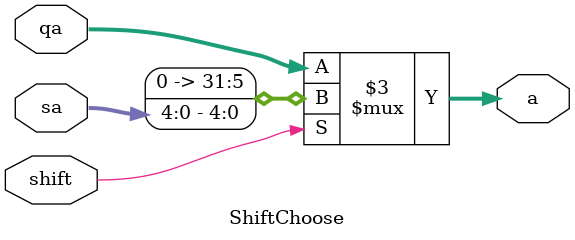
<source format=v>
`timescale 1ns / 1ps


module ShiftChoose(qa, sa, shift, a);

input [31:0] qa;
input [4:0] sa;
input shift;
output reg [31:0] a;

always @(*)
begin
    if (shift)
        a = sa;
    else
        a = qa;
end
endmodule

</source>
